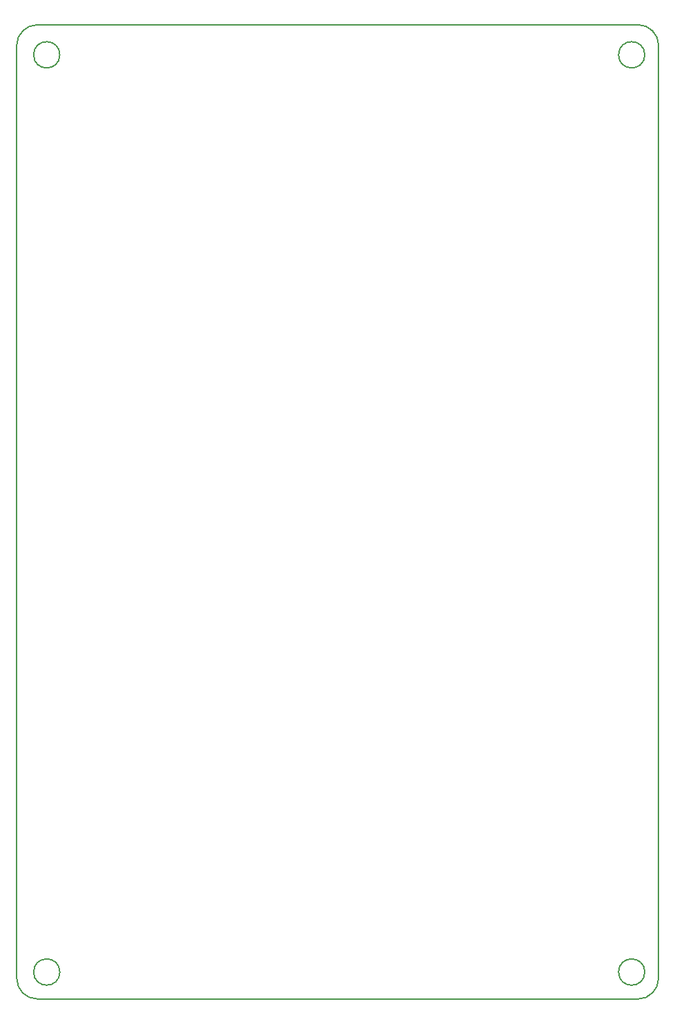
<source format=gm1>
G04 #@! TF.GenerationSoftware,KiCad,Pcbnew,(5.1.4)-1*
G04 #@! TF.CreationDate,2019-11-21T00:21:00+09:00*
G04 #@! TF.ProjectId,rpi3GpioTester,72706933-4770-4696-9f54-65737465722e,rev?*
G04 #@! TF.SameCoordinates,Original*
G04 #@! TF.FileFunction,Profile,NP*
%FSLAX46Y46*%
G04 Gerber Fmt 4.6, Leading zero omitted, Abs format (unit mm)*
G04 Created by KiCad (PCBNEW (5.1.4)-1) date 2019-11-21 00:21:00*
%MOMM*%
%LPD*%
G04 APERTURE LIST*
%ADD10C,0.150000*%
G04 APERTURE END LIST*
D10*
X34290000Y-31750000D02*
G75*
G02X36830000Y-29210000I2540000J0D01*
G01*
X36830000Y-148590000D02*
G75*
G02X34290000Y-146050000I0J2540000D01*
G01*
X113030000Y-146050000D02*
G75*
G02X110490000Y-148590000I-2540000J0D01*
G01*
X110490000Y-29210000D02*
G75*
G02X113030000Y-31750000I0J-2540000D01*
G01*
X111334437Y-32893000D02*
G75*
G03X111334437Y-32893000I-1606437J0D01*
G01*
X39579437Y-32893000D02*
G75*
G03X39579437Y-32893000I-1606437J0D01*
G01*
X39579437Y-145288000D02*
G75*
G03X39579437Y-145288000I-1606437J0D01*
G01*
X111334437Y-145288000D02*
G75*
G03X111334437Y-145288000I-1606437J0D01*
G01*
X110490000Y-29210000D02*
X36830000Y-29210000D01*
X113030000Y-146050000D02*
X113030000Y-31750000D01*
X36830000Y-148590000D02*
X110490000Y-148590000D01*
X34290000Y-31750000D02*
X34290000Y-146050000D01*
M02*

</source>
